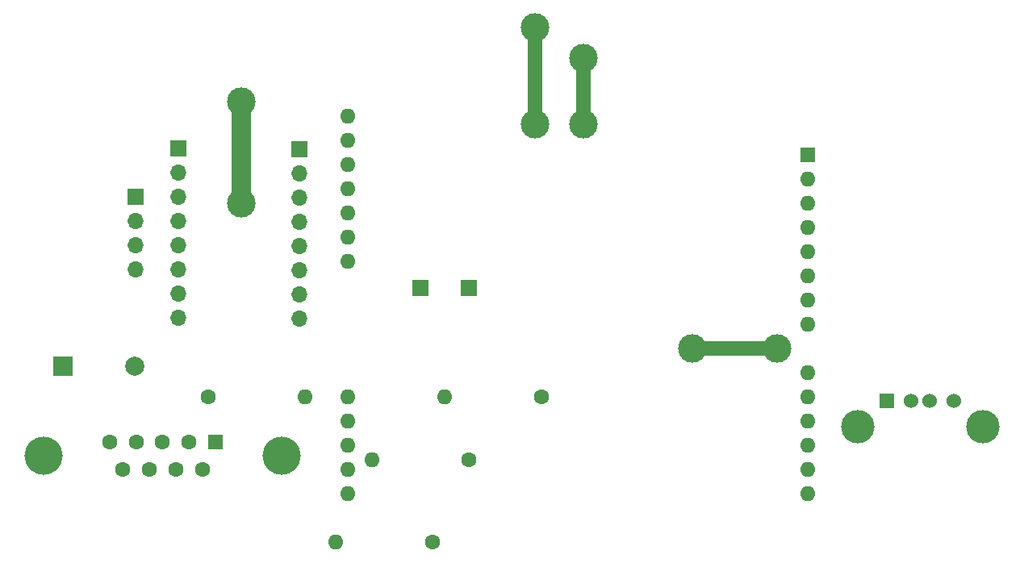
<source format=gbr>
G04 #@! TF.GenerationSoftware,KiCad,Pcbnew,7.0.10*
G04 #@! TF.CreationDate,2024-02-13T08:47:13+01:00*
G04 #@! TF.ProjectId,240116_Turning_Platform,32343031-3136-45f5-9475-726e696e675f,rev?*
G04 #@! TF.SameCoordinates,Original*
G04 #@! TF.FileFunction,Copper,L1,Top*
G04 #@! TF.FilePolarity,Positive*
%FSLAX46Y46*%
G04 Gerber Fmt 4.6, Leading zero omitted, Abs format (unit mm)*
G04 Created by KiCad (PCBNEW 7.0.10) date 2024-02-13 08:47:13*
%MOMM*%
%LPD*%
G01*
G04 APERTURE LIST*
G04 #@! TA.AperFunction,ComponentPad*
%ADD10C,1.600000*%
G04 #@! TD*
G04 #@! TA.AperFunction,ComponentPad*
%ADD11O,1.600000X1.600000*%
G04 #@! TD*
G04 #@! TA.AperFunction,ComponentPad*
%ADD12R,2.000000X2.000000*%
G04 #@! TD*
G04 #@! TA.AperFunction,ComponentPad*
%ADD13C,2.000000*%
G04 #@! TD*
G04 #@! TA.AperFunction,ComponentPad*
%ADD14C,4.000000*%
G04 #@! TD*
G04 #@! TA.AperFunction,ComponentPad*
%ADD15R,1.600000X1.600000*%
G04 #@! TD*
G04 #@! TA.AperFunction,ComponentPad*
%ADD16R,1.700000X1.700000*%
G04 #@! TD*
G04 #@! TA.AperFunction,ComponentPad*
%ADD17O,1.700000X1.700000*%
G04 #@! TD*
G04 #@! TA.AperFunction,ComponentPad*
%ADD18R,1.524000X1.524000*%
G04 #@! TD*
G04 #@! TA.AperFunction,ComponentPad*
%ADD19C,1.524000*%
G04 #@! TD*
G04 #@! TA.AperFunction,ComponentPad*
%ADD20C,3.500000*%
G04 #@! TD*
G04 #@! TA.AperFunction,ViaPad*
%ADD21C,3.000000*%
G04 #@! TD*
G04 #@! TA.AperFunction,Conductor*
%ADD22C,1.500000*%
G04 #@! TD*
G04 #@! TA.AperFunction,Conductor*
%ADD23C,2.000000*%
G04 #@! TD*
G04 APERTURE END LIST*
D10*
X135890000Y-109220000D03*
D11*
X125730000Y-109220000D03*
D12*
X97155000Y-90805000D03*
D13*
X104655000Y-90805000D03*
D10*
X112395000Y-93980000D03*
D11*
X122555000Y-93980000D03*
D14*
X95105000Y-100180000D03*
X120105000Y-100180000D03*
D15*
X113145000Y-98760000D03*
D10*
X110375000Y-98760000D03*
X107605000Y-98760000D03*
X104835000Y-98760000D03*
X102065000Y-98760000D03*
X111760000Y-101600000D03*
X108990000Y-101600000D03*
X106220000Y-101600000D03*
X103450000Y-101600000D03*
D15*
X175260000Y-68580000D03*
D11*
X175260000Y-71120000D03*
X175260000Y-73660000D03*
X175260000Y-76200000D03*
X175260000Y-78740000D03*
X175260000Y-81280000D03*
X175260000Y-83820000D03*
X175260000Y-86360000D03*
X175260000Y-91440000D03*
X175260000Y-93980000D03*
X175260000Y-96520000D03*
X175260000Y-99060000D03*
X175260000Y-101600000D03*
X175260000Y-104140000D03*
X127000000Y-104140000D03*
X127000000Y-101600000D03*
X127000000Y-99060000D03*
X127000000Y-96520000D03*
X127000000Y-93980000D03*
X127000000Y-79760000D03*
X127000000Y-77220000D03*
X127000000Y-74680000D03*
X127000000Y-72140000D03*
X127000000Y-69600000D03*
X127000000Y-67060000D03*
X127000000Y-64520000D03*
D16*
X104775000Y-73025000D03*
D17*
X104775000Y-75565000D03*
X104775000Y-78105000D03*
X104775000Y-80645000D03*
D10*
X147320000Y-93980000D03*
D11*
X137160000Y-93980000D03*
D10*
X139700000Y-100584000D03*
D11*
X129540000Y-100584000D03*
D16*
X134620000Y-82550000D03*
X109220000Y-67945000D03*
D17*
X109220000Y-70485000D03*
X109220000Y-73025000D03*
X109220000Y-75565000D03*
X109220000Y-78105000D03*
X109220000Y-80645000D03*
X109220000Y-83185000D03*
X109220000Y-85725000D03*
D16*
X121920000Y-67960000D03*
D17*
X121920000Y-70500000D03*
X121920000Y-73040000D03*
X121920000Y-75580000D03*
X121920000Y-78120000D03*
X121920000Y-80660000D03*
X121920000Y-83200000D03*
X121920000Y-85740000D03*
D16*
X139700000Y-82550000D03*
D18*
X183605000Y-94445000D03*
D19*
X186105000Y-94445000D03*
X188105000Y-94445000D03*
X190605000Y-94445000D03*
D20*
X180535000Y-97155000D03*
X193675000Y-97155000D03*
D21*
X172085000Y-88900000D03*
X163195000Y-88900000D03*
X151765000Y-65405000D03*
X151765000Y-58420000D03*
X115824000Y-62992000D03*
X115824000Y-73660000D03*
X146685000Y-65405000D03*
X146685000Y-55245000D03*
D22*
X172085000Y-88900000D02*
X163195000Y-88900000D01*
X151765000Y-58420000D02*
X151765000Y-65405000D01*
D23*
X115824000Y-62992000D02*
X115824000Y-73660000D01*
D22*
X146685000Y-55245000D02*
X146685000Y-65405000D01*
M02*

</source>
